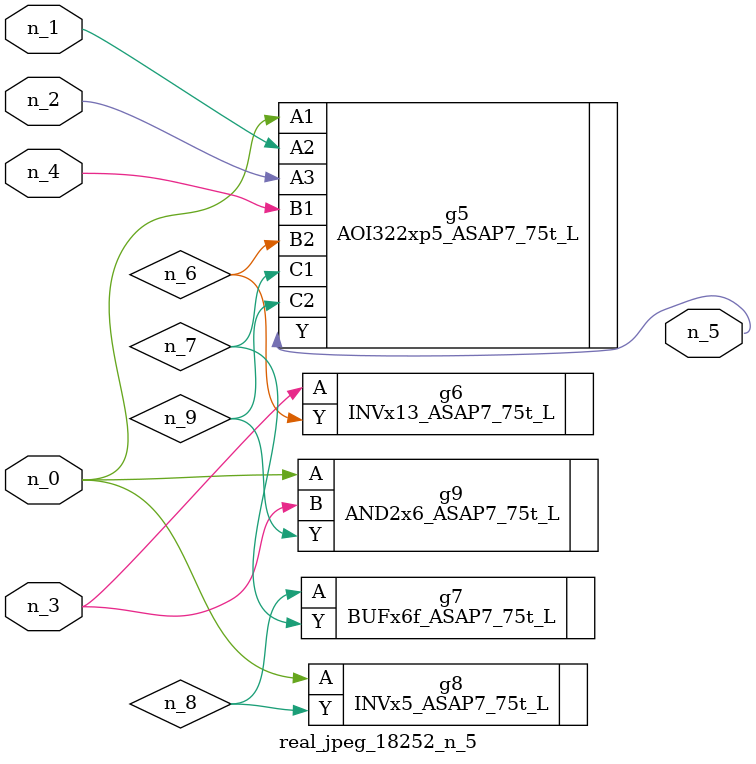
<source format=v>
module real_jpeg_18252_n_5 (n_4, n_0, n_1, n_2, n_3, n_5);

input n_4;
input n_0;
input n_1;
input n_2;
input n_3;

output n_5;

wire n_8;
wire n_6;
wire n_7;
wire n_9;

AOI322xp5_ASAP7_75t_L g5 ( 
.A1(n_0),
.A2(n_1),
.A3(n_2),
.B1(n_4),
.B2(n_6),
.C1(n_7),
.C2(n_9),
.Y(n_5)
);

INVx5_ASAP7_75t_L g8 ( 
.A(n_0),
.Y(n_8)
);

AND2x6_ASAP7_75t_L g9 ( 
.A(n_0),
.B(n_3),
.Y(n_9)
);

INVx13_ASAP7_75t_L g6 ( 
.A(n_3),
.Y(n_6)
);

BUFx6f_ASAP7_75t_L g7 ( 
.A(n_8),
.Y(n_7)
);


endmodule
</source>
